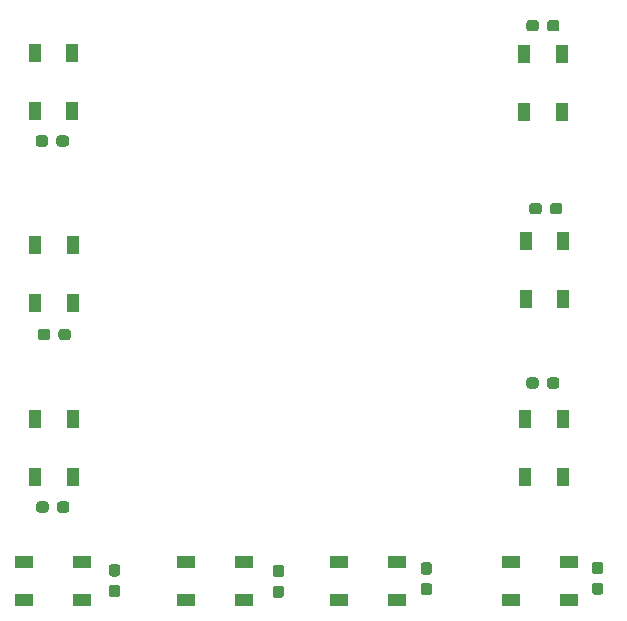
<source format=gbr>
%TF.GenerationSoftware,KiCad,Pcbnew,(5.1.6)-1*%
%TF.CreationDate,2021-11-13T00:29:39-05:00*%
%TF.ProjectId,ArduinoLearningBoard,41726475-696e-46f4-9c65-61726e696e67,rev?*%
%TF.SameCoordinates,Original*%
%TF.FileFunction,Paste,Top*%
%TF.FilePolarity,Positive*%
%FSLAX46Y46*%
G04 Gerber Fmt 4.6, Leading zero omitted, Abs format (unit mm)*
G04 Created by KiCad (PCBNEW (5.1.6)-1) date 2021-11-13 00:29:39*
%MOMM*%
%LPD*%
G01*
G04 APERTURE LIST*
%ADD10R,1.500000X1.000000*%
%ADD11R,1.000000X1.500000*%
G04 APERTURE END LIST*
D10*
%TO.C,D17*%
X70150000Y-75160000D03*
X70150000Y-78360000D03*
X75050000Y-75160000D03*
X75050000Y-78360000D03*
%TD*%
%TO.C,D16*%
X83880000Y-75200000D03*
X83880000Y-78400000D03*
X88780000Y-75200000D03*
X88780000Y-78400000D03*
%TD*%
%TO.C,D15*%
X96810000Y-75170000D03*
X96810000Y-78370000D03*
X101710000Y-75170000D03*
X101710000Y-78370000D03*
%TD*%
%TO.C,C10*%
G36*
G01*
X77592500Y-77090000D02*
X78067500Y-77090000D01*
G75*
G02*
X78305000Y-77327500I0J-237500D01*
G01*
X78305000Y-77902500D01*
G75*
G02*
X78067500Y-78140000I-237500J0D01*
G01*
X77592500Y-78140000D01*
G75*
G02*
X77355000Y-77902500I0J237500D01*
G01*
X77355000Y-77327500D01*
G75*
G02*
X77592500Y-77090000I237500J0D01*
G01*
G37*
G36*
G01*
X77592500Y-75340000D02*
X78067500Y-75340000D01*
G75*
G02*
X78305000Y-75577500I0J-237500D01*
G01*
X78305000Y-76152500D01*
G75*
G02*
X78067500Y-76390000I-237500J0D01*
G01*
X77592500Y-76390000D01*
G75*
G02*
X77355000Y-76152500I0J237500D01*
G01*
X77355000Y-75577500D01*
G75*
G02*
X77592500Y-75340000I237500J0D01*
G01*
G37*
%TD*%
%TO.C,C9*%
G36*
G01*
X104002500Y-76935000D02*
X104477500Y-76935000D01*
G75*
G02*
X104715000Y-77172500I0J-237500D01*
G01*
X104715000Y-77747500D01*
G75*
G02*
X104477500Y-77985000I-237500J0D01*
G01*
X104002500Y-77985000D01*
G75*
G02*
X103765000Y-77747500I0J237500D01*
G01*
X103765000Y-77172500D01*
G75*
G02*
X104002500Y-76935000I237500J0D01*
G01*
G37*
G36*
G01*
X104002500Y-75185000D02*
X104477500Y-75185000D01*
G75*
G02*
X104715000Y-75422500I0J-237500D01*
G01*
X104715000Y-75997500D01*
G75*
G02*
X104477500Y-76235000I-237500J0D01*
G01*
X104002500Y-76235000D01*
G75*
G02*
X103765000Y-75997500I0J237500D01*
G01*
X103765000Y-75422500D01*
G75*
G02*
X104002500Y-75185000I237500J0D01*
G01*
G37*
%TD*%
%TO.C,C8*%
G36*
G01*
X91472500Y-77155000D02*
X91947500Y-77155000D01*
G75*
G02*
X92185000Y-77392500I0J-237500D01*
G01*
X92185000Y-77967500D01*
G75*
G02*
X91947500Y-78205000I-237500J0D01*
G01*
X91472500Y-78205000D01*
G75*
G02*
X91235000Y-77967500I0J237500D01*
G01*
X91235000Y-77392500D01*
G75*
G02*
X91472500Y-77155000I237500J0D01*
G01*
G37*
G36*
G01*
X91472500Y-75405000D02*
X91947500Y-75405000D01*
G75*
G02*
X92185000Y-75642500I0J-237500D01*
G01*
X92185000Y-76217500D01*
G75*
G02*
X91947500Y-76455000I-237500J0D01*
G01*
X91472500Y-76455000D01*
G75*
G02*
X91235000Y-76217500I0J237500D01*
G01*
X91235000Y-75642500D01*
G75*
G02*
X91472500Y-75405000I237500J0D01*
G01*
G37*
%TD*%
%TO.C,C7*%
G36*
G01*
X72215000Y-39272500D02*
X72215000Y-39747500D01*
G75*
G02*
X71977500Y-39985000I-237500J0D01*
G01*
X71402500Y-39985000D01*
G75*
G02*
X71165000Y-39747500I0J237500D01*
G01*
X71165000Y-39272500D01*
G75*
G02*
X71402500Y-39035000I237500J0D01*
G01*
X71977500Y-39035000D01*
G75*
G02*
X72215000Y-39272500I0J-237500D01*
G01*
G37*
G36*
G01*
X73965000Y-39272500D02*
X73965000Y-39747500D01*
G75*
G02*
X73727500Y-39985000I-237500J0D01*
G01*
X73152500Y-39985000D01*
G75*
G02*
X72915000Y-39747500I0J237500D01*
G01*
X72915000Y-39272500D01*
G75*
G02*
X73152500Y-39035000I237500J0D01*
G01*
X73727500Y-39035000D01*
G75*
G02*
X73965000Y-39272500I0J-237500D01*
G01*
G37*
%TD*%
%TO.C,C6*%
G36*
G01*
X72385000Y-55662500D02*
X72385000Y-56137500D01*
G75*
G02*
X72147500Y-56375000I-237500J0D01*
G01*
X71572500Y-56375000D01*
G75*
G02*
X71335000Y-56137500I0J237500D01*
G01*
X71335000Y-55662500D01*
G75*
G02*
X71572500Y-55425000I237500J0D01*
G01*
X72147500Y-55425000D01*
G75*
G02*
X72385000Y-55662500I0J-237500D01*
G01*
G37*
G36*
G01*
X74135000Y-55662500D02*
X74135000Y-56137500D01*
G75*
G02*
X73897500Y-56375000I-237500J0D01*
G01*
X73322500Y-56375000D01*
G75*
G02*
X73085000Y-56137500I0J237500D01*
G01*
X73085000Y-55662500D01*
G75*
G02*
X73322500Y-55425000I237500J0D01*
G01*
X73897500Y-55425000D01*
G75*
G02*
X74135000Y-55662500I0J-237500D01*
G01*
G37*
%TD*%
%TO.C,C5*%
G36*
G01*
X72255000Y-70272500D02*
X72255000Y-70747500D01*
G75*
G02*
X72017500Y-70985000I-237500J0D01*
G01*
X71442500Y-70985000D01*
G75*
G02*
X71205000Y-70747500I0J237500D01*
G01*
X71205000Y-70272500D01*
G75*
G02*
X71442500Y-70035000I237500J0D01*
G01*
X72017500Y-70035000D01*
G75*
G02*
X72255000Y-70272500I0J-237500D01*
G01*
G37*
G36*
G01*
X74005000Y-70272500D02*
X74005000Y-70747500D01*
G75*
G02*
X73767500Y-70985000I-237500J0D01*
G01*
X73192500Y-70985000D01*
G75*
G02*
X72955000Y-70747500I0J237500D01*
G01*
X72955000Y-70272500D01*
G75*
G02*
X73192500Y-70035000I237500J0D01*
G01*
X73767500Y-70035000D01*
G75*
G02*
X74005000Y-70272500I0J-237500D01*
G01*
G37*
%TD*%
%TO.C,C4*%
G36*
G01*
X118492500Y-76895000D02*
X118967500Y-76895000D01*
G75*
G02*
X119205000Y-77132500I0J-237500D01*
G01*
X119205000Y-77707500D01*
G75*
G02*
X118967500Y-77945000I-237500J0D01*
G01*
X118492500Y-77945000D01*
G75*
G02*
X118255000Y-77707500I0J237500D01*
G01*
X118255000Y-77132500D01*
G75*
G02*
X118492500Y-76895000I237500J0D01*
G01*
G37*
G36*
G01*
X118492500Y-75145000D02*
X118967500Y-75145000D01*
G75*
G02*
X119205000Y-75382500I0J-237500D01*
G01*
X119205000Y-75957500D01*
G75*
G02*
X118967500Y-76195000I-237500J0D01*
G01*
X118492500Y-76195000D01*
G75*
G02*
X118255000Y-75957500I0J237500D01*
G01*
X118255000Y-75382500D01*
G75*
G02*
X118492500Y-75145000I237500J0D01*
G01*
G37*
%TD*%
%TO.C,C3*%
G36*
G01*
X114445000Y-60247500D02*
X114445000Y-59772500D01*
G75*
G02*
X114682500Y-59535000I237500J0D01*
G01*
X115257500Y-59535000D01*
G75*
G02*
X115495000Y-59772500I0J-237500D01*
G01*
X115495000Y-60247500D01*
G75*
G02*
X115257500Y-60485000I-237500J0D01*
G01*
X114682500Y-60485000D01*
G75*
G02*
X114445000Y-60247500I0J237500D01*
G01*
G37*
G36*
G01*
X112695000Y-60247500D02*
X112695000Y-59772500D01*
G75*
G02*
X112932500Y-59535000I237500J0D01*
G01*
X113507500Y-59535000D01*
G75*
G02*
X113745000Y-59772500I0J-237500D01*
G01*
X113745000Y-60247500D01*
G75*
G02*
X113507500Y-60485000I-237500J0D01*
G01*
X112932500Y-60485000D01*
G75*
G02*
X112695000Y-60247500I0J237500D01*
G01*
G37*
%TD*%
%TO.C,C2*%
G36*
G01*
X114705000Y-45477500D02*
X114705000Y-45002500D01*
G75*
G02*
X114942500Y-44765000I237500J0D01*
G01*
X115517500Y-44765000D01*
G75*
G02*
X115755000Y-45002500I0J-237500D01*
G01*
X115755000Y-45477500D01*
G75*
G02*
X115517500Y-45715000I-237500J0D01*
G01*
X114942500Y-45715000D01*
G75*
G02*
X114705000Y-45477500I0J237500D01*
G01*
G37*
G36*
G01*
X112955000Y-45477500D02*
X112955000Y-45002500D01*
G75*
G02*
X113192500Y-44765000I237500J0D01*
G01*
X113767500Y-44765000D01*
G75*
G02*
X114005000Y-45002500I0J-237500D01*
G01*
X114005000Y-45477500D01*
G75*
G02*
X113767500Y-45715000I-237500J0D01*
G01*
X113192500Y-45715000D01*
G75*
G02*
X112955000Y-45477500I0J237500D01*
G01*
G37*
%TD*%
%TO.C,C1*%
G36*
G01*
X114455000Y-29987500D02*
X114455000Y-29512500D01*
G75*
G02*
X114692500Y-29275000I237500J0D01*
G01*
X115267500Y-29275000D01*
G75*
G02*
X115505000Y-29512500I0J-237500D01*
G01*
X115505000Y-29987500D01*
G75*
G02*
X115267500Y-30225000I-237500J0D01*
G01*
X114692500Y-30225000D01*
G75*
G02*
X114455000Y-29987500I0J237500D01*
G01*
G37*
G36*
G01*
X112705000Y-29987500D02*
X112705000Y-29512500D01*
G75*
G02*
X112942500Y-29275000I237500J0D01*
G01*
X113517500Y-29275000D01*
G75*
G02*
X113755000Y-29512500I0J-237500D01*
G01*
X113755000Y-29987500D01*
G75*
G02*
X113517500Y-30225000I-237500J0D01*
G01*
X112942500Y-30225000D01*
G75*
G02*
X112705000Y-29987500I0J237500D01*
G01*
G37*
%TD*%
D11*
%TO.C,D1*%
X115700000Y-32150000D03*
X112500000Y-32150000D03*
X115700000Y-37050000D03*
X112500000Y-37050000D03*
%TD*%
%TO.C,D2*%
X112630000Y-52850000D03*
X115830000Y-52850000D03*
X112630000Y-47950000D03*
X115830000Y-47950000D03*
%TD*%
%TO.C,D3*%
X115770000Y-63020000D03*
X112570000Y-63020000D03*
X115770000Y-67920000D03*
X112570000Y-67920000D03*
%TD*%
D10*
%TO.C,D4*%
X116320000Y-78400000D03*
X116320000Y-75200000D03*
X111420000Y-78400000D03*
X111420000Y-75200000D03*
%TD*%
D11*
%TO.C,D5*%
X74290000Y-63050000D03*
X71090000Y-63050000D03*
X74290000Y-67950000D03*
X71090000Y-67950000D03*
%TD*%
%TO.C,D6*%
X71090000Y-53240000D03*
X74290000Y-53240000D03*
X71090000Y-48340000D03*
X74290000Y-48340000D03*
%TD*%
%TO.C,D7*%
X74260000Y-32100000D03*
X71060000Y-32100000D03*
X74260000Y-37000000D03*
X71060000Y-37000000D03*
%TD*%
M02*

</source>
